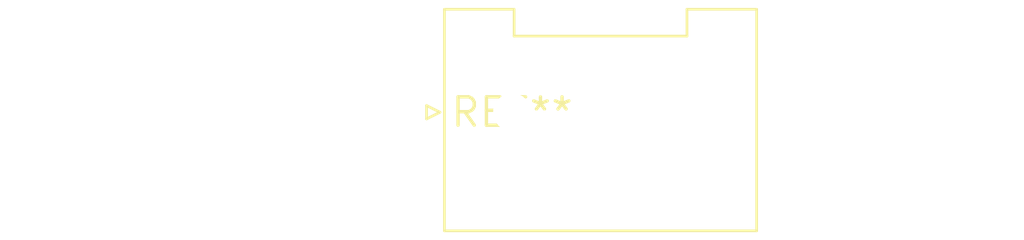
<source format=kicad_pcb>
(kicad_pcb (version 20240108) (generator pcbnew)
  (layers (0 "F.Cu" signal) (31 "B.Cu" signal) (34 "B.Paste" user) (35 "F.Paste" user) (36 "B.SilkS" user "B.Silkscreen") (37 "F.SilkS" user "F.Silkscreen") (38 "B.Mask" user) (39 "F.Mask" user) (44 "Edge.Cuts" user))
  (net 0 "")
  (footprint "JST_VH_B3P-VH-FB-B_1x03_P3.96mm_Vertical" (layer "F.Cu") (at 0 0)
    (property "Reference" "REF**")
    (property "Value" "JST_VH_B3P-VH-FB-B_1x03_P3.96mm_Vertical")
    (fp_line (start -3.83 -0.3) (end -3.23 0) (layer "F.SilkS") (stroke (width 0.12)))
    (fp_line (start -3.83 0.3) (end -3.83 -0.3) (layer "F.SilkS") (stroke (width 0.12)))
    (fp_line (start -3.23 0) (end -3.83 0.3) (layer "F.SilkS") (stroke (width 0.12)))
    (fp_line (start -3.03 -4.61) (end 0.09 -4.61) (layer "F.SilkS") (stroke (width 0.12)))
    (fp_line (start -3.03 5.31) (end -3.03 -4.61) (layer "F.SilkS") (stroke (width 0.12)))
    (fp_line (start 0.09 -4.61) (end 0.09 -3.41) (layer "F.SilkS") (stroke (width 0.12)))
    (fp_line (start 0.09 -3.41) (end 7.83 -3.41) (layer "F.SilkS") (stroke (width 0.12)))
    (fp_line (start 7.83 -4.61) (end 10.95 -4.61) (layer "F.SilkS") (stroke (width 0.12)))
    (fp_line (start 7.83 -3.41) (end 7.83 -4.61) (layer "F.SilkS") (stroke (width 0.12)))
    (fp_line (start 10.95 -4.61) (end 10.95 5.31) (layer "F.SilkS") (stroke (width 0.12)))
    (fp_line (start 10.95 5.31) (end -3.03 5.31) (layer "F.SilkS") (stroke (width 0.12)))
    (pad "" np_thru_hole circle (at -1.5 -3.4) (size 1.45 1.45) (drill 1.45) (layers *.Cu *.Mask))
    (pad "1" thru_hole roundrect (at 0 0) (size 2.7 2.7) (drill 1.7) (layers *.Cu *.Mask) (remove_unused_layers) (roundrect_rratio 0.092593))
    (pad "2" thru_hole circle (at 3.96 0) (size 2.7 2.7) (drill 1.7) (layers *.Cu *.Mask) (remove_unused_layers))
    (pad "3" thru_hole circle (at 7.92 0) (size 2.7 2.7) (drill 1.7) (layers *.Cu *.Mask) (remove_unused_layers))
  )
)
</source>
